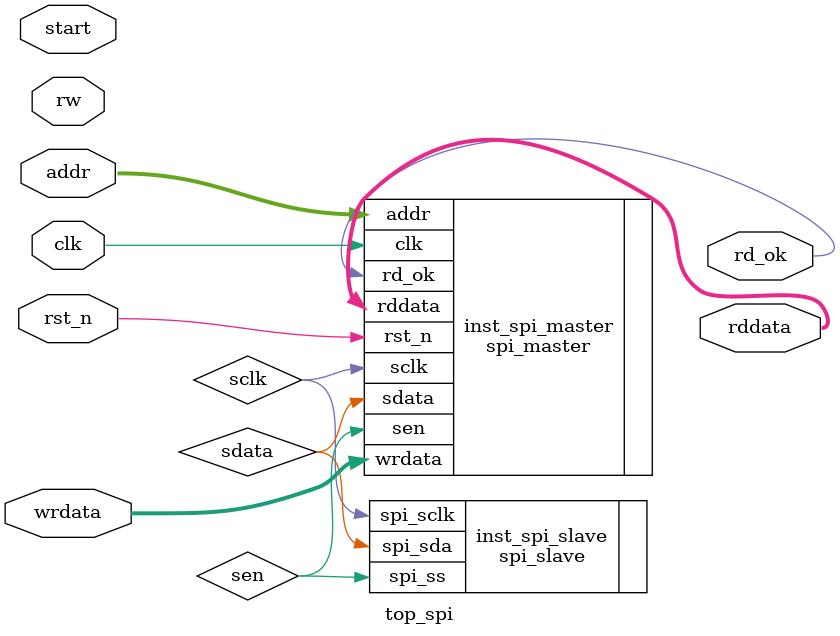
<source format=v>
module top_spi (
	input  clk, // 50MHz
    input  rst_n,
    input  rw,
    input start,
    input  [3:0]addr,
    input  [19:0]wrdata,
    output rd_ok,  //
    output [19:0]rddata
);

	wire sclk;
	wire sdata;
	wire sen;

	spi_master inst_spi_master (
			.clk    (clk),
			.rst_n  (rst_n),
			// .ss     (ss),
			.addr   (addr),
			.wrdata (wrdata),
			.rd_ok  (rd_ok),
			.sen    (sen),
			.rddata (rddata),
			.sclk   (sclk),
			.sdata  (sdata)
		);

	spi_slave inst_spi_slave (
		.spi_ss(sen), 
		.spi_sclk(sclk), 
		.spi_sda(sdata)
		);





endmodule
</source>
